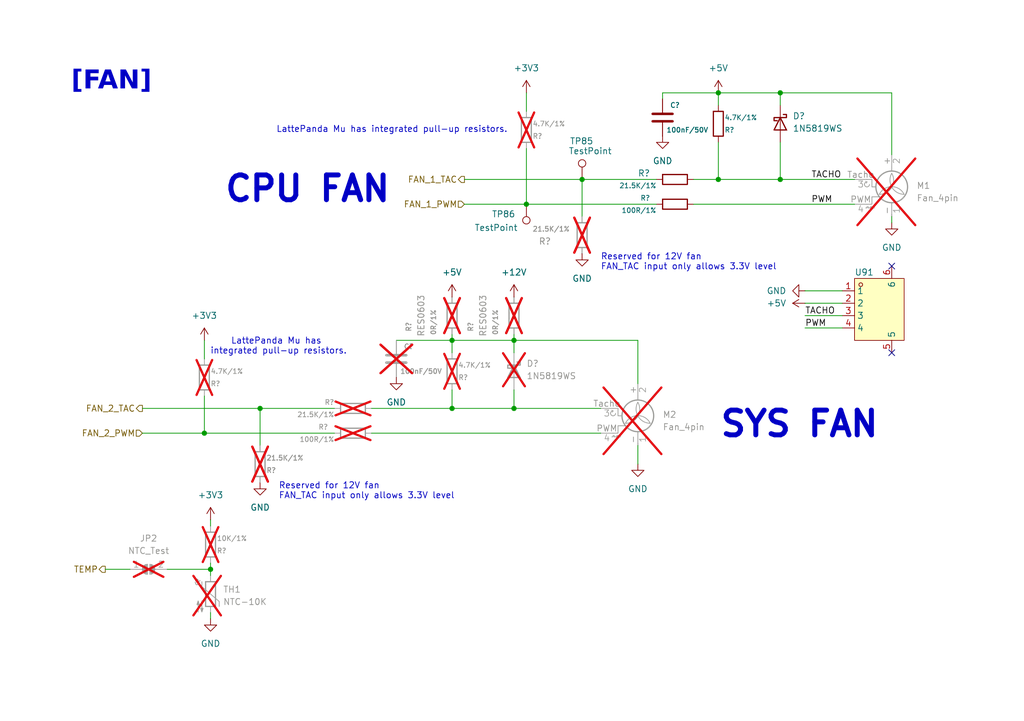
<source format=kicad_sch>
(kicad_sch (version 20250114) (generator "eeschema") (generator_version "9.0")
  (paper "A5")
  (title_block (title "LattePanda_MOKA") (date "2025-12-14") (rev "1.0") (company "DFRobot"))
  (lib_symbols
    (symbol "Connector:TestPoint" (pin_numbers (hide yes)) (pin_names (offset 0.762) (hide yes))
      (property "Reference" "TP" (at 0 6.858 0))
      (property "Value" "TestPoint" (at 0 5.08 0))
      (symbol "TestPoint_0_1"
        (circle (center 0 3.302) (radius 0.762))
      )
      (symbol "TestPoint_1_1"
        (pin passive line (at 0 0 90) (length 2.54) (name "1") (number "1"))
      )
    )
    (symbol "Device:C" (pin_numbers (hide yes)) (pin_names (offset 0.254))
      (property "Reference" "C" (at 0.635 2.54 0))
      (property "Value" "C" (at 0.635 -2.54 0))
      (symbol "C_0_1"
        (polyline (pts (xy -2.032 0.762) (xy 2.032 0.762)) (stroke (width 0.508)))
        (polyline (pts (xy -2.032 -0.762) (xy 2.032 -0.762)) (stroke (width 0.508)))
      )
      (symbol "C_1_1"
        (pin passive line (at 0 3.81 270) (length 2.794) (name "~") (number "1"))
        (pin passive line (at 0 -3.81 90) (length 2.794) (name "~") (number "2"))
      )
    )
    (symbol "Device:R" (pin_numbers (hide yes)) (pin_names (offset 0))
      (property "Reference" "R" (at 2.032 0 90))
      (property "Value" "R" (at 0 0 90))
      (symbol "R_0_1"
        (rectangle (start -1.016 -2.54) (end 1.016 2.54) (stroke (width 0.254)))
      )
      (symbol "R_1_1"
        (pin passive line (at 0 3.81 270) (length 1.27) (name "~") (number "1"))
        (pin passive line (at 0 -3.81 90) (length 1.27) (name "~") (number "2"))
      )
    )
    (symbol "Device:Thermistor_NTC" (pin_numbers (hide yes)) (pin_names (offset 0))
      (property "Reference" "TH" (at -4.445 0 90))
      (property "Value" "Thermistor_NTC" (at 3.175 0 90))
      (symbol "Thermistor_NTC_0_1"
        (arc (start -3.175 2.413) (mid -3.0506 2.3165) (end -3.048 2.159))
        (arc (start -3.048 2.794) (mid -2.9736 2.9736) (end -2.794 3.048))
        (arc (start -2.794 3.048) (mid -2.6144 2.9736) (end -2.54 2.794))
        (arc (start -2.794 2.54) (mid -2.9736 2.6144) (end -3.048 2.794))
        (arc (start -2.794 1.905) (mid -2.9736 1.9794) (end -3.048 2.159))
        (arc (start -2.54 2.159) (mid -2.6144 1.9794) (end -2.794 1.905))
        (arc (start -2.159 2.794) (mid -2.434 2.5608) (end -2.794 2.54))
        (polyline (pts (xy -2.54 2.159) (xy -2.54 2.794)))
        (polyline (pts (xy -2.54 -3.683) (xy -2.54 -1.397) (xy -2.794 -2.159) (xy -2.286 -2.159) (xy -2.54 -1.397) (xy -2.54 -1.651)) (fill (type outline)))
        (polyline (pts (xy -1.778 2.54) (xy -1.778 1.524) (xy 1.778 -1.524) (xy 1.778 -2.54)))
        (polyline (pts (xy -1.778 -1.397) (xy -1.778 -3.683) (xy -2.032 -2.921) (xy -1.524 -2.921) (xy -1.778 -3.683) (xy -1.778 -3.429)) (fill (type outline)))
        (rectangle (start -1.016 2.54) (end 1.016 -2.54) (stroke (width 0.254)))
      )
      (symbol "Thermistor_NTC_1_1"
        (pin passive line (at 0 3.81 270) (length 1.27) (name "~") (number "1"))
        (pin passive line (at 0 -3.81 90) (length 1.27) (name "~") (number "2"))
      )
    )
    (symbol "Diode:1N5819WS" (pin_numbers (hide yes)) (pin_names (offset 1.016) (hide yes))
      (property "Reference" "D" (at 0 2.54 0))
      (property "Value" "1N5819WS" (at 0 -2.54 0))
      (symbol "1N5819WS_0_1"
        (polyline (pts (xy -1.905 0.635) (xy -1.905 1.27) (xy -1.27 1.27) (xy -1.27 -1.27) (xy -0.635 -1.27) (xy -0.635 -0.635)) (stroke (width 0.254)))
        (polyline (pts (xy 1.27 1.27) (xy 1.27 -1.27) (xy -1.27 0) (xy 1.27 1.27)) (stroke (width 0.254)))
        (polyline (pts (xy 1.27 0) (xy -1.27 0)))
      )
      (symbol "1N5819WS_1_1"
        (pin passive line (at -3.81 0 0) (length 2.54) (name "K") (number "1"))
        (pin passive line (at 3.81 0 180) (length 2.54) (name "A") (number "2"))
      )
    )
    (symbol "EasyEDA:B4B-PH-SM4-TBT(LF)(SN)"
      (property "Reference" "U" (at 0 15.24 0))
      (property "Value" "B4B-PH-SM4-TBT(LF)(SN)" (at 0 -12.7 0))
      (symbol "B4B-PH-SM4-TBT(LF)(SN)_0_1"
        (rectangle (start -2.54 7.62) (end 7.62 -5.08) (fill (type background)))
        (circle (center -1.27 6.35) (radius 0.38))
        (pin unspecified line (at -5.08 5.08 0) (length 2.54) (name "1") (number "1"))
        (pin unspecified line (at -5.08 2.54 0) (length 2.54) (name "2") (number "2"))
        (pin unspecified line (at -5.08 0 0) (length 2.54) (name "3") (number "3"))
        (pin unspecified line (at -5.08 -2.54 0) (length 2.54) (name "4") (number "4"))
        (pin unspecified line (at 5.08 10.16 270) (length 2.54) (name "6") (number "6"))
        (pin unspecified line (at 5.08 -7.62 90) (length 2.54) (name "5") (number "5"))
      )
    )
    (symbol "Jumper:SolderJumper_2_Open" (pin_names (offset 0) (hide yes))
      (property "Reference" "JP" (at 0 2.032 0))
      (property "Value" "SolderJumper_2_Open" (at 0 -2.54 0))
      (symbol "SolderJumper_2_Open_0_1"
        (polyline (pts (xy -0.254 1.016) (xy -0.254 -1.016)))
        (arc (start -0.254 -1.016) (mid -1.2656 0) (end -0.254 1.016))
        (arc (start -0.254 -1.016) (mid -1.2656 0) (end -0.254 1.016) (fill (type outline)))
        (arc (start 0.254 1.016) (mid 1.2656 0) (end 0.254 -1.016))
        (arc (start 0.254 1.016) (mid 1.2656 0) (end 0.254 -1.016) (fill (type outline)))
        (polyline (pts (xy 0.254 1.016) (xy 0.254 -1.016)))
      )
      (symbol "SolderJumper_2_Open_1_1"
        (pin passive line (at -3.81 0 0) (length 2.54) (name "A") (number "1"))
        (pin passive line (at 3.81 0 180) (length 2.54) (name "B") (number "2"))
      )
    )
    (symbol "Motor:Fan_4pin" (pin_names (offset 0))
      (property "Reference" "M" (at 2.54 5.08 0))
      (property "Value" "Fan_4pin" (at 2.54 -2.54 0))
      (symbol "Fan_4pin_0_0"
        (polyline (pts (xy -5.08 2.032) (xy -5.334 2.159)))
        (polyline (pts (xy -5.08 2.032) (xy -5.207 1.778)))
        (arc (start -4.572 1.524) (mid -5.08 1.0182) (end -5.588 1.524))
        (arc (start -5.588 1.524) (mid -5.4392 1.8832) (end -5.08 2.032))
        (polyline (pts (xy -4.064 2.54) (xy -4.064 1.016) (xy -3.302 1.016)))
      )
      (symbol "Fan_4pin_0_1"
        (polyline (pts (xy -5.334 -3.302) (xy -5.08 -3.302) (xy -5.08 -3.048) (xy -4.826 -3.048) (xy -4.826 -3.302) (xy -4.318 -3.302) (xy -4.318 -3.048) (xy -4.064 -3.048) (xy -4.064 -3.302) (xy -3.556 -3.302)))
        (polyline (pts (xy -4.064 2.54) (xy -5.08 2.54)))
        (polyline (pts (xy -2.54 -1.016) (xy -4.064 -1.016) (xy -4.064 -2.54) (xy -5.08 -2.54)))
        (arc (start 0 3.81) (mid -0.0015 0.9048) (end -2.54 -0.508))
        (polyline (pts (xy 0 4.572) (xy 0 5.08)))
        (polyline (pts (xy 0 4.2672) (xy 0 4.6228)))
        (circle (center 0 1.016) (radius 3.2512) (stroke (width 0.254)))
        (arc (start -2.54 -0.508) (mid 0 1.0618) (end 2.54 -0.508))
        (polyline (pts (xy 0 -2.2352) (xy 0 -2.6416)))
        (polyline (pts (xy 0 -5.08) (xy 0 -4.572)))
        (arc (start 2.54 -0.508) (mid 0.047 0.9315) (end 0 3.81))
      )
      (symbol "Fan_4pin_1_1"
        (pin passive line (at -7.62 2.54 0) (length 2.54) (name "Tacho") (number "3"))
        (pin input line (at -7.62 -2.54 0) (length 2.54) (name "PWM") (number "4"))
        (pin passive line (at 0 7.62 270) (length 2.54) (name "+") (number "2"))
        (pin passive line (at 0 -5.08 90) (length 2.54) (name "-") (number "1"))
      )
    )
    (symbol "power:+12V" (power) (pin_numbers (hide yes)) (pin_names (offset 0) (hide yes))
      (property "Value" "+12V" (at 0 3.556 0))
      (symbol "+12V_0_1"
        (polyline (pts (xy -0.762 1.27) (xy 0 2.54)))
        (polyline (pts (xy 0 2.54) (xy 0.762 1.27)))
        (polyline (pts (xy 0 0) (xy 0 2.54)))
      )
      (symbol "+12V_1_1"
        (pin power_in line (at 0 0 90) (length 0) (name "~") (number "1"))
      )
    )
    (symbol "power:+3V3" (power) (pin_numbers (hide yes)) (pin_names (offset 0) (hide yes))
      (property "Value" "+3V3" (at 0 3.556 0))
      (symbol "+3V3_0_1"
        (polyline (pts (xy -0.762 1.27) (xy 0 2.54)))
        (polyline (pts (xy 0 2.54) (xy 0.762 1.27)))
        (polyline (pts (xy 0 0) (xy 0 2.54)))
      )
      (symbol "+3V3_1_1"
        (pin power_in line (at 0 0 90) (length 0) (name "~") (number "1"))
      )
    )
    (symbol "power:+5V" (power) (pin_numbers (hide yes)) (pin_names (offset 0) (hide yes))
      (property "Value" "+5V" (at 0 3.556 0))
      (symbol "+5V_0_1"
        (polyline (pts (xy -0.762 1.27) (xy 0 2.54)))
        (polyline (pts (xy 0 2.54) (xy 0.762 1.27)))
        (polyline (pts (xy 0 0) (xy 0 2.54)))
      )
      (symbol "+5V_1_1"
        (pin power_in line (at 0 0 90) (length 0) (name "~") (number "1"))
      )
    )
    (symbol "power:GND" (power) (pin_numbers (hide yes)) (pin_names (offset 0) (hide yes))
      (property "Value" "GND" (at 0 -3.81 0))
      (symbol "GND_0_1"
        (polyline (pts (xy 0 0) (xy 0 -1.27) (xy 1.27 -1.27) (xy 0 -2.54) (xy -1.27 -1.27) (xy 0 -1.27)))
      )
      (symbol "GND_1_1"
        (pin power_in line (at 0 0 270) (length 0) (name "~") (number "1"))
      )
    )
  )
  (text "[FAN]" (at 22.86 17.78 0) (effects (font (size 3.81 3.81))))
  (text "CPU FAN" (at 45.72 41.91 0) (effects (font (size 5.08 5.08) (bold yes)) (justify left bottom)))
  (text "SYS FAN" (at 147.32 90.17 0) (effects (font (size 5.08 5.08) (bold yes)) (justify left bottom)))
  (text "Reserved for 12V fan\nFAN_TAC input only allows 3.3V level" (at 57.15 99.06 0) (effects (font (size 1.27 1.27)) (justify left top)))
  (text "LattePanda Mu has integrated pull-up resistors." (at 104.14 26.67 0) (effects (font (size 1.27 1.27)) (justify right)))
  (text "LattePanda Mu has \nintegrated pull-up resistors." (at 57.15 71.12 0) (effects (font (size 1.27 1.27))))
  (text "Reserved for 12V fan\nFAN_TAC input only allows 3.3V level" (at 123.19 52.07 0) (effects (font (size 1.27 1.27)) (justify left top)))
  (junction (at 92.71 83.82))
  (junction (at 147.32 19.05))
  (junction (at 119.38 36.83))
  (junction (at 160.02 19.05))
  (junction (at 105.41 69.85))
  (junction (at 107.95 41.91))
  (junction (at 92.71 69.85))
  (junction (at 41.91 88.9))
  (junction (at 160.02 36.83))
  (junction (at 147.32 36.83))
  (junction (at 43.18 116.84))
  (junction (at 105.41 83.82))
  (junction (at 53.34 83.82))
  (no_connect (at 182.88 54.61))
  (no_connect (at 182.88 72.39))
  (wire (pts (xy 81.28 69.85) (xy 92.71 69.85)))
  (wire (pts (xy 43.18 106.68) (xy 43.18 107.95)))
  (wire (pts (xy 160.02 19.05) (xy 147.32 19.05)))
  (wire (pts (xy 142.24 36.83) (xy 147.32 36.83)))
  (wire (pts (xy 95.25 41.91) (xy 107.95 41.91)))
  (wire (pts (xy 92.71 83.82) (xy 105.41 83.82)))
  (wire (pts (xy 41.91 69.85) (xy 41.91 73.66)))
  (wire (pts (xy 107.95 41.91) (xy 134.62 41.91)))
  (wire (pts (xy 95.25 36.83) (xy 119.38 36.83)))
  (wire (pts (xy 53.34 83.82) (xy 53.34 91.44)))
  (wire (pts (xy 130.81 69.85) (xy 105.41 69.85)))
  (wire (pts (xy 165.1 67.31) (xy 172.72 67.31)))
  (wire (pts (xy 105.41 72.39) (xy 105.41 69.85)))
  (wire (pts (xy 123.19 83.82) (xy 105.41 83.82)))
  (wire (pts (xy 41.91 88.9) (xy 68.58 88.9)))
  (wire (pts (xy 92.71 68.58) (xy 92.71 69.85)))
  (wire (pts (xy 182.88 44.45) (xy 182.88 45.72)))
  (wire (pts (xy 165.1 62.23) (xy 172.72 62.23)))
  (wire (pts (xy 135.89 20.32) (xy 135.89 19.05)))
  (wire (pts (xy 147.32 19.05) (xy 147.32 21.59)))
  (wire (pts (xy 43.18 125.73) (xy 43.18 127)))
  (wire (pts (xy 165.1 59.69) (xy 172.72 59.69)))
  (wire (pts (xy 76.2 83.82) (xy 92.71 83.82)))
  (wire (pts (xy 119.38 36.83) (xy 134.62 36.83)))
  (wire (pts (xy 21.59 116.84) (xy 26.67 116.84)))
  (wire (pts (xy 160.02 36.83) (xy 160.02 29.21)))
  (wire (pts (xy 105.41 83.82) (xy 105.41 80.01)))
  (wire (pts (xy 29.21 83.82) (xy 53.34 83.82)))
  (wire (pts (xy 142.24 41.91) (xy 175.26 41.91)))
  (wire (pts (xy 105.41 69.85) (xy 92.71 69.85)))
  (wire (pts (xy 92.71 69.85) (xy 92.71 72.39)))
  (wire (pts (xy 119.38 36.83) (xy 119.38 44.45)))
  (wire (pts (xy 130.81 91.44) (xy 130.81 95.25)))
  (wire (pts (xy 130.81 78.74) (xy 130.81 69.85)))
  (wire (pts (xy 182.88 19.05) (xy 160.02 19.05)))
  (wire (pts (xy 53.34 83.82) (xy 68.58 83.82)))
  (wire (pts (xy 165.1 64.77) (xy 172.72 64.77)))
  (wire (pts (xy 107.95 19.05) (xy 107.95 22.86)))
  (wire (pts (xy 160.02 21.59) (xy 160.02 19.05)))
  (wire (pts (xy 92.71 80.01) (xy 92.71 83.82)))
  (wire (pts (xy 34.29 116.84) (xy 43.18 116.84)))
  (wire (pts (xy 182.88 31.75) (xy 182.88 19.05)))
  (wire (pts (xy 43.18 116.84) (xy 43.18 118.11)))
  (wire (pts (xy 107.95 30.48) (xy 107.95 41.91)))
  (wire (pts (xy 175.26 36.83) (xy 160.02 36.83)))
  (wire (pts (xy 29.21 88.9) (xy 41.91 88.9)))
  (wire (pts (xy 147.32 29.21) (xy 147.32 36.83)))
  (wire (pts (xy 43.18 115.57) (xy 43.18 116.84)))
  (wire (pts (xy 147.32 36.83) (xy 160.02 36.83)))
  (wire (pts (xy 105.41 68.58) (xy 105.41 69.85)))
  (wire (pts (xy 135.89 19.05) (xy 147.32 19.05)))
  (wire (pts (xy 76.2 88.9) (xy 123.19 88.9)))
  (wire (pts (xy 41.91 81.28) (xy 41.91 88.9)))
  (label "PWM" (at 166.37 41.91 0))
  (label "TACHO" (at 166.37 36.83 0))
  (label "PWM" (at 165.1 67.31 0))
  (label "TACHO" (at 165.1 64.77 0))
  (hierarchical_label "FAN_1_TAC" (shape output) (at 95.25 36.83 180))
  (hierarchical_label "FAN_1_PWM" (shape input) (at 95.25 41.91 180))
  (hierarchical_label "TEMP" (shape output) (at 21.59 116.84 180))
  (hierarchical_label "FAN_2_PWM" (shape input) (at 29.21 88.9 180))
  (hierarchical_label "FAN_2_TAC" (shape output) (at 29.21 83.82 180))
  (symbol (lib_id "Device:R") (at 138.43 41.91 90) (unit 1)
    (property "Reference" "R?" (at 133.35 40.64 90) (effects (font (size 1 1)) (justify left)))
    (property "Value" "100R/1%" (at 134.62 43.18 90) (effects (font (size 1 1)) (justify left)))
    (property "Footprint" "A_HDJ_Library:R_0402_1005Metric" (effects (hide yes)))
  )
  (symbol (lib_id "Device:R") (at 72.39 88.9 90) (unit 1) (in_bom no) (on_board no) (dnp yes)
    (property "Reference" "R?" (at 67.31 87.63 90) (effects (font (size 1 1)) (justify left)))
    (property "Value" "100R/1%" (at 68.58 90.17 90) (effects (font (size 1 1)) (justify left)))
    (property "Footprint" "Resistor_SMD:R_0402_1005Metric" (effects (hide yes)))
  )
  (symbol (lib_id "Device:C") (at 81.28 73.66 0) (unit 1) (in_bom no) (on_board no) (dnp yes)
    (property "Reference" "C?" (at 83.82 71.12 0) (effects (font (size 1 1))))
    (property "Value" "100nF/50V" (at 86.36 76.2 0) (effects (font (size 1 1))))
    (property "Footprint" "Capacitor_SMD:C_0402_1005Metric" (effects (hide yes)))
    (property "SCH_Show_Footprint" "C0402" (effects (hide yes)))
  )
  (symbol (lib_id "power:+5V") (at 165.1 62.23 90) (unit 1)
    (property "Reference" "#PWR0183" (effects (hide yes)))
    (property "Value" "+5V" (at 161.29 62.2299 90) (effects (justify left)))
  )
  (symbol (lib_id "Jumper:SolderJumper_2_Open") (at 30.48 116.84 0) (unit 1) (exclude_from_sim yes) (in_bom no) (on_board no) (dnp yes)
    (property "Reference" "JP2" (at 30.48 110.49 0))
    (property "Value" "NTC_Test" (at 30.48 113.03 0))
    (property "Footprint" "Jumper:SolderJumper-2_P1.3mm_Open_RoundedPad1.0x1.5mm" (effects (hide yes)))
  )
  (symbol (lib_id "Device:R") (at 119.38 48.26 0) (unit 1) (in_bom no) (dnp yes)
    (property "Reference" "R?" (at 111.76 49.53 0))
    (property "Value" "21.5K/1%" (at 113.03 46.99 0) (effects (font (size 1 1))))
    (property "Footprint" "Resistor_SMD:R_0402_1005Metric" (effects (hide yes)))
  )
  (symbol (lib_id "Device:R") (at 105.41 64.77 180) (unit 1) (in_bom no) (on_board no) (dnp yes)
    (property "Reference" "R?" (at 96.52 66.04 90) (effects (font (size 1 1)) (justify left)))
    (property "Value" "0R/1%" (at 101.6 63.5 90) (effects (font (size 1 1)) (justify left)))
    (property "Footprint" "RES0603" (at 99.06 64.77 90))
  )
  (symbol (lib_id "Device:Thermistor_NTC") (at 43.18 121.92 0) (unit 1) (in_bom no) (on_board no) (dnp yes)
    (property "Reference" "TH1" (at 45.72 120.9675 0) (effects (justify left)))
    (property "Value" "NTC-10K" (at 45.72 123.5075 0) (effects (justify left)))
    (property "Footprint" "Resistor_SMD:R_0603_1608Metric" (effects (hide yes)))
  )
  (symbol (lib_id "Device:C") (at 135.89 24.13 0) (unit 1)
    (property "Reference" "C?" (at 138.43 21.59 0) (effects (font (size 1 1))))
    (property "Value" "100nF/50V" (at 140.97 26.67 0) (effects (font (size 1 1))))
    (property "Footprint" "A_HDJ_Library:C_0402_1005Metric" (effects (hide yes)))
    (property "SCH_Show_Footprint" "C0402" (effects (hide yes)))
  )
  (symbol (lib_id "power:GND") (at 81.28 77.47 0) (unit 1)
    (property "Reference" "#PWR0117" (effects (hide yes)))
    (property "Value" "GND" (at 81.28 82.55 0))
  )
  (symbol (lib_id "Connector:TestPoint") (at 107.95 41.91 180) (unit 1) (in_bom no)
    (property "Reference" "TP86" (at 100.838 43.942 0) (effects (justify right)))
    (property "Value" "TestPoint" (at 97.282 46.736 0) (effects (justify right)))
    (property "Footprint" "A_HDJ_Library:TestPoint_Pad_D1.5mm" (effects (hide yes)))
    (property "Description" "test point" (effects (hide yes)))
  )
  (symbol (lib_id "Motor:Fan_4pin") (at 130.81 86.36 0) (unit 1) (in_bom no) (on_board no) (dnp yes)
    (property "Reference" "M2" (at 135.89 85.09 0) (effects (justify left)))
    (property "Value" "Fan_4pin" (at 135.89 87.63 0) (effects (justify left)))
    (property "Footprint" "Connector_JST:JST_PH_B4B-PH-K_1x04_P2.00mm_Vertical" (effects (hide yes)))
    (property "Datasheet" "http://www.formfactors.org/developer%5Cspecs%5Crev1_2_public.pdf" (effects (hide yes)))
  )
  (symbol (lib_id "power:GND") (at 182.88 45.72 0) (unit 1)
    (property "Reference" "#PWR0123" (effects (hide yes)))
    (property "Value" "GND" (at 182.88 50.8 0))
  )
  (symbol (lib_id "Diode:1N5819WS") (at 105.41 76.2 270) (unit 1) (in_bom no) (on_board no) (dnp yes)
    (property "Reference" "D?" (at 107.95 74.6125 90) (effects (justify left)))
    (property "Value" "1N5819WS" (at 107.95 77.1525 90) (effects (justify left)))
    (property "Footprint" "Diode_SMD:D_SOD-323" (effects (hide yes)))
    (property "Datasheet" "https://datasheet.lcsc.com/lcsc/2204281430_Guangdong-Hottech-1N5819WS_C191023.pdf" (effects (hide yes)))
    (property "SCH_Show_Footprint" "SOD-323" (effects (hide yes)))
  )
  (symbol (lib_id "power:+5V") (at 147.32 19.05 0) (unit 1)
    (property "Reference" "#PWR0118" (effects (hide yes)))
    (property "Value" "+5V" (at 147.32 13.97 0))
  )
  (symbol (lib_id "power:GND") (at 119.38 52.07 0) (unit 1)
    (property "Reference" "#PWR0114" (effects (hide yes)))
    (property "Value" "GND" (at 119.38 57.15 0))
  )
  (symbol (lib_id "power:GND") (at 165.1 59.69 270) (unit 1)
    (property "Reference" "#PWR0180" (effects (hide yes)))
    (property "Value" "GND" (at 161.29 59.6899 90) (effects (justify right)))
  )
  (symbol (lib_id "power:+12V") (at 105.41 60.96 0) (unit 1)
    (property "Reference" "#PWR0121" (effects (hide yes)))
    (property "Value" "+12V" (at 105.41 55.88 0))
  )
  (symbol (lib_id "Device:R") (at 107.95 26.67 0) (unit 1) (in_bom no) (dnp yes)
    (property "Reference" "R?" (at 109.22 27.94 0) (effects (font (size 1 1)) (justify left)))
    (property "Value" "4.7K/1%" (at 109.22 25.4 0) (effects (font (size 1 1)) (justify left)))
    (property "Footprint" "Resistor_SMD:R_0402_1005Metric" (effects (hide yes)))
  )
  (symbol (lib_id "Device:R") (at 72.39 83.82 90) (unit 1) (in_bom no) (on_board no) (dnp yes)
    (property "Reference" "R?" (at 68.58 82.55 90) (effects (font (size 1 1)) (justify left)))
    (property "Value" "21.5K/1%" (at 68.58 85.09 90) (effects (font (size 1 1)) (justify left)))
    (property "Footprint" "Resistor_SMD:R_0402_1005Metric" (effects (hide yes)))
  )
  (symbol (lib_id "power:GND") (at 130.81 95.25 0) (unit 1)
    (property "Reference" "#PWR0125" (effects (hide yes)))
    (property "Value" "GND" (at 130.81 100.33 0))
  )
  (symbol (lib_id "Motor:Fan_4pin") (at 182.88 39.37 0) (unit 1) (in_bom no) (on_board no) (dnp yes)
    (property "Reference" "M1" (at 187.96 38.1 0) (effects (justify left)))
    (property "Value" "Fan_4pin" (at 187.96 40.64 0) (effects (justify left)))
    (property "Footprint" "A_HDJ_Library:JST_PH_B4B-PH-K_1x04_P2.00mm_Vertical" (effects (hide yes)))
    (property "Datasheet" "http://www.formfactors.org/developer%5Cspecs%5Crev1_2_public.pdf" (effects (hide yes)))
  )
  (symbol (lib_id "power:GND") (at 53.34 99.06 0) (unit 1)
    (property "Reference" "#PWR0115" (effects (hide yes)))
    (property "Value" "GND" (at 53.34 104.14 0))
  )
  (symbol (lib_id "Device:R") (at 41.91 77.47 0) (unit 1) (in_bom no) (on_board no) (dnp yes)
    (property "Reference" "R?" (at 43.18 78.74 0) (effects (font (size 1 1)) (justify left)))
    (property "Value" "4.7K/1%" (at 43.18 76.2 0) (effects (font (size 1 1)) (justify left)))
    (property "Footprint" "Resistor_SMD:R_0402_1005Metric" (effects (hide yes)))
  )
  (symbol (lib_id "Device:R") (at 138.43 36.83 270) (unit 1)
    (property "Reference" "R?" (at 132.08 35.56 90))
    (property "Value" "21.5K/1%" (at 130.81 38.1 90) (effects (font (size 1 1))))
    (property "Footprint" "A_HDJ_Library:R_0402_1005Metric" (effects (hide yes)))
  )
  (symbol (lib_id "power:+3V3") (at 43.18 106.68 0) (unit 1)
    (property "Reference" "#PWR0113" (effects (hide yes)))
    (property "Value" "+3V3" (at 43.18 101.6 0))
  )
  (symbol (lib_id "power:GND") (at 135.89 27.94 0) (unit 1)
    (property "Reference" "#PWR0116" (effects (hide yes)))
    (property "Value" "GND" (at 135.89 33.02 0))
  )
  (symbol (lib_id "EasyEDA:B4B-PH-SM4-TBT(LF)(SN)") (at 177.8 64.77 0) (unit 1)
    (property "Reference" "U91" (at 175.26 55.88 0) (effects (justify left)))
    (property "Value" "B4B-PH-SM4-TBT(LF)(SN)" (effects (hide yes)))
    (property "Footprint" "EasyEDA:CONN-SMD_B4B-PH-SM4-TBT-LF-SN" (effects (hide yes)))
    (property "Datasheet" "https://lcsc.com/product-detail/Others_JST-Sales-America_B4B-PH-SM4-TBT-LF-SN_JST-Sales-America-B4B-PH-SM4-TBT-LF-SN_C265116.html" (effects (hide yes)))
    (property "LCSC Part" "C265116" (effects (hide yes)))
  )
  (symbol (lib_id "Device:R") (at 43.18 111.76 0) (unit 1) (in_bom no) (on_board no) (dnp yes)
    (property "Reference" "R?" (at 44.45 113.03 0) (effects (font (size 1 1)) (justify left)))
    (property "Value" "10K/1%" (at 44.45 110.49 0) (effects (font (size 1 1)) (justify left)))
    (property "Footprint" "Resistor_SMD:R_0402_1005Metric" (effects (hide yes)))
  )
  (symbol (lib_id "Device:R") (at 53.34 95.25 0) (unit 1) (in_bom no) (on_board no) (dnp yes)
    (property "Reference" "R?" (at 54.61 96.52 0) (effects (font (size 1 1)) (justify left)))
    (property "Value" "21.5K/1%" (at 54.61 93.98 0) (effects (font (size 1 1)) (justify left)))
    (property "Footprint" "Resistor_SMD:R_0402_1005Metric" (effects (hide yes)))
  )
  (symbol (lib_id "power:+3V3") (at 107.95 19.05 0) (unit 1)
    (property "Reference" "#PWR0110" (effects (hide yes)))
    (property "Value" "+3V3" (at 107.95 13.97 0))
  )
  (symbol (lib_id "Diode:1N5819WS") (at 160.02 25.4 270) (unit 1)
    (property "Reference" "D?" (at 162.56 23.8125 90) (effects (justify left)))
    (property "Value" "1N5819WS" (at 162.56 26.3525 90) (effects (justify left)))
    (property "Footprint" "A_HDJ_Library:D_SOD-323" (effects (hide yes)))
    (property "Datasheet" "https://datasheet.lcsc.com/lcsc/2204281430_Guangdong-Hottech-1N5819WS_C191023.pdf" (effects (hide yes)))
    (property "SCH_Show_Footprint" "SOD-323" (effects (hide yes)))
  )
  (symbol (lib_id "power:+3V3") (at 41.91 69.85 0) (unit 1)
    (property "Reference" "#PWR0112" (effects (hide yes)))
    (property "Value" "+3V3" (at 41.91 64.77 0))
  )
  (symbol (lib_id "Device:R") (at 92.71 76.2 0) (unit 1) (in_bom no) (on_board no) (dnp yes)
    (property "Reference" "R?" (at 93.98 77.47 0) (effects (font (size 1 1)) (justify left)))
    (property "Value" "4.7K/1%" (at 93.98 74.93 0) (effects (font (size 1 1)) (justify left)))
    (property "Footprint" "Resistor_SMD:R_0402_1005Metric" (effects (hide yes)))
  )
  (symbol (lib_id "Device:R") (at 147.32 25.4 0) (unit 1)
    (property "Reference" "R?" (at 148.59 26.67 0) (effects (font (size 1 1)) (justify left)))
    (property "Value" "4.7K/1%" (at 148.59 24.13 0) (effects (font (size 1 1)) (justify left)))
    (property "Footprint" "A_HDJ_Library:R_0402_1005Metric" (effects (hide yes)))
  )
  (symbol (lib_id "Device:R") (at 92.71 64.77 180) (unit 1) (in_bom no) (on_board no) (dnp yes)
    (property "Reference" "R?" (at 83.82 66.04 90) (effects (font (size 1 1)) (justify left)))
    (property "Value" "0R/1%" (at 88.9 63.5 90) (effects (font (size 1 1)) (justify left)))
    (property "Footprint" "RES0603" (at 86.36 64.77 90))
  )
  (symbol (lib_id "Connector:TestPoint") (at 119.38 36.83 0) (unit 1) (in_bom no)
    (property "Reference" "TP85" (at 116.84 28.956 0) (effects (justify left)))
    (property "Value" "TestPoint" (at 116.586 30.988 0) (effects (justify left)))
    (property "Footprint" "A_HDJ_Library:TestPoint_Pad_D1.5mm" (effects (hide yes)))
    (property "Description" "test point" (effects (hide yes)))
  )
  (symbol (lib_id "power:GND") (at 43.18 127 0) (unit 1)
    (property "Reference" "#PWR0111" (effects (hide yes)))
    (property "Value" "GND" (at 43.18 132.08 0))
  )
  (symbol (lib_id "power:+5V") (at 92.71 60.96 0) (unit 1)
    (property "Reference" "#PWR0119" (effects (hide yes)))
    (property "Value" "+5V" (at 92.71 55.88 0))
  )
)
</source>
